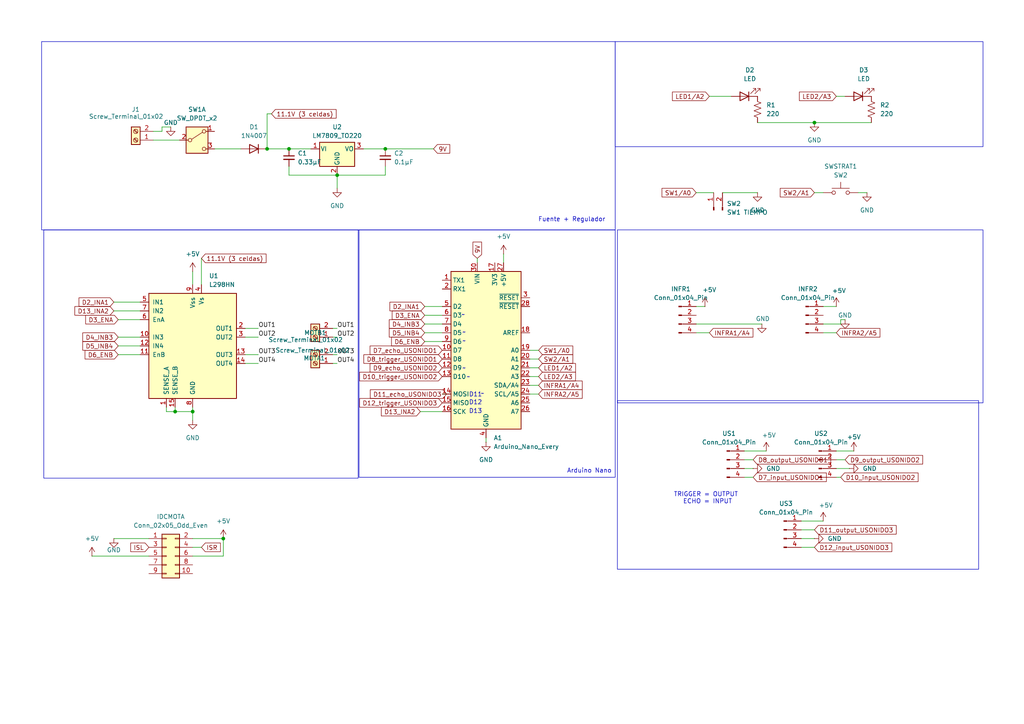
<source format=kicad_sch>
(kicad_sch (version 20250114) (generator "eeschema") (generator_version "9.0")
  (paper "A4")
  (lib_symbols
    (symbol "Connector:Conn_01x02_Pin" (pin_names (offset 1.016) (hide yes))
      (property "Reference" "J" (at 0 2.54 0))
      (property "Value" "Conn_01x02_Pin" (at 0 -5.08 0))
      (symbol "Conn_01x02_Pin_1_1"
        (rectangle (start 0.8636 0.127) (end 0 -0.127) (stroke (width 0.1524)) (fill (type outline)))
        (rectangle (start 0.8636 -2.413) (end 0 -2.667) (stroke (width 0.1524)) (fill (type outline)))
        (polyline (pts (xy 1.27 0) (xy 0.8636 0)) (stroke (width 0.1524)))
        (polyline (pts (xy 1.27 -2.54) (xy 0.8636 -2.54)) (stroke (width 0.1524)))
        (pin passive line (at 5.08 0 180) (length 3.81) (name "Pin_1") (number "1"))
        (pin passive line (at 5.08 -2.54 180) (length 3.81) (name "Pin_2") (number "2"))
      )
    )
    (symbol "Connector:Conn_01x04_Pin" (pin_names (offset 1.016) (hide yes))
      (property "Reference" "J" (at 0 5.08 0))
      (property "Value" "Conn_01x04_Pin" (at 0 -7.62 0))
      (symbol "Conn_01x04_Pin_1_1"
        (rectangle (start 0.8636 2.667) (end 0 2.413) (stroke (width 0.1524)) (fill (type outline)))
        (rectangle (start 0.8636 0.127) (end 0 -0.127) (stroke (width 0.1524)) (fill (type outline)))
        (rectangle (start 0.8636 -2.413) (end 0 -2.667) (stroke (width 0.1524)) (fill (type outline)))
        (rectangle (start 0.8636 -4.953) (end 0 -5.207) (stroke (width 0.1524)) (fill (type outline)))
        (polyline (pts (xy 1.27 2.54) (xy 0.8636 2.54)) (stroke (width 0.1524)))
        (polyline (pts (xy 1.27 0) (xy 0.8636 0)) (stroke (width 0.1524)))
        (polyline (pts (xy 1.27 -2.54) (xy 0.8636 -2.54)) (stroke (width 0.1524)))
        (polyline (pts (xy 1.27 -5.08) (xy 0.8636 -5.08)) (stroke (width 0.1524)))
        (pin passive line (at 5.08 2.54 180) (length 3.81) (name "Pin_1") (number "1"))
        (pin passive line (at 5.08 0 180) (length 3.81) (name "Pin_2") (number "2"))
        (pin passive line (at 5.08 -2.54 180) (length 3.81) (name "Pin_3") (number "3"))
        (pin passive line (at 5.08 -5.08 180) (length 3.81) (name "Pin_4") (number "4"))
      )
    )
    (symbol "Connector:Screw_Terminal_01x02" (pin_names (offset 1.016) (hide yes))
      (property "Reference" "J" (at 0 2.54 0))
      (property "Value" "Screw_Terminal_01x02" (at 0 -5.08 0))
      (symbol "Screw_Terminal_01x02_1_1"
        (rectangle (start -1.27 1.27) (end 1.27 -3.81) (stroke (width 0.254)) (fill (type background)))
        (polyline (pts (xy -0.5334 0.3302) (xy 0.3302 -0.508)) (stroke (width 0.1524)))
        (polyline (pts (xy -0.5334 -2.2098) (xy 0.3302 -3.048)) (stroke (width 0.1524)))
        (polyline (pts (xy -0.3556 0.508) (xy 0.508 -0.3302)) (stroke (width 0.1524)))
        (polyline (pts (xy -0.3556 -2.032) (xy 0.508 -2.8702)) (stroke (width 0.1524)))
        (circle (center 0 0) (radius 0.635) (stroke (width 0.1524)))
        (circle (center 0 -2.54) (radius 0.635) (stroke (width 0.1524)))
        (pin passive line (at -5.08 0 0) (length 3.81) (name "Pin_1") (number "1"))
        (pin passive line (at -5.08 -2.54 0) (length 3.81) (name "Pin_2") (number "2"))
      )
    )
    (symbol "Connector_Generic:Conn_02x05_Odd_Even" (pin_names (offset 1.016) (hide yes))
      (property "Reference" "J" (at 1.27 7.62 0))
      (property "Value" "Conn_02x05_Odd_Even" (at 1.27 -7.62 0))
      (symbol "Conn_02x05_Odd_Even_1_1"
        (rectangle (start -1.27 6.35) (end 3.81 -6.35) (stroke (width 0.254)) (fill (type background)))
        (rectangle (start -1.27 5.207) (end 0 4.953) (stroke (width 0.1524)))
        (rectangle (start -1.27 2.667) (end 0 2.413) (stroke (width 0.1524)))
        (rectangle (start -1.27 0.127) (end 0 -0.127) (stroke (width 0.1524)))
        (rectangle (start -1.27 -2.413) (end 0 -2.667) (stroke (width 0.1524)))
        (rectangle (start -1.27 -4.953) (end 0 -5.207) (stroke (width 0.1524)))
        (rectangle (start 3.81 5.207) (end 2.54 4.953) (stroke (width 0.1524)))
        (rectangle (start 3.81 2.667) (end 2.54 2.413) (stroke (width 0.1524)))
        (rectangle (start 3.81 0.127) (end 2.54 -0.127) (stroke (width 0.1524)))
        (rectangle (start 3.81 -2.413) (end 2.54 -2.667) (stroke (width 0.1524)))
        (rectangle (start 3.81 -4.953) (end 2.54 -5.207) (stroke (width 0.1524)))
        (pin passive line (at -5.08 5.08 0) (length 3.81) (name "Pin_1") (number "1"))
        (pin passive line (at -5.08 2.54 0) (length 3.81) (name "Pin_3") (number "3"))
        (pin passive line (at -5.08 0 0) (length 3.81) (name "Pin_5") (number "5"))
        (pin passive line (at -5.08 -2.54 0) (length 3.81) (name "Pin_7") (number "7"))
        (pin passive line (at -5.08 -5.08 0) (length 3.81) (name "Pin_9") (number "9"))
        (pin passive line (at 7.62 5.08 180) (length 3.81) (name "Pin_2") (number "2"))
        (pin passive line (at 7.62 2.54 180) (length 3.81) (name "Pin_4") (number "4"))
        (pin passive line (at 7.62 0 180) (length 3.81) (name "Pin_6") (number "6"))
        (pin passive line (at 7.62 -2.54 180) (length 3.81) (name "Pin_8") (number "8"))
        (pin passive line (at 7.62 -5.08 180) (length 3.81) (name "Pin_10") (number "10"))
      )
    )
    (symbol "Device:C_Small" (pin_numbers (hide yes)) (pin_names (offset 0.254) (hide yes))
      (property "Reference" "C" (at 0.254 1.778 0))
      (property "Value" "C_Small" (at 0.254 -2.032 0))
      (symbol "C_Small_0_1"
        (polyline (pts (xy -1.524 0.508) (xy 1.524 0.508)) (stroke (width 0.3048)))
        (polyline (pts (xy -1.524 -0.508) (xy 1.524 -0.508)) (stroke (width 0.3302)))
      )
      (symbol "C_Small_1_1"
        (pin passive line (at 0 2.54 270) (length 2.032) (name "~") (number "1"))
        (pin passive line (at 0 -2.54 90) (length 2.032) (name "~") (number "2"))
      )
    )
    (symbol "Device:LED" (pin_numbers (hide yes)) (pin_names (offset 1.016) (hide yes))
      (property "Reference" "D" (at 0 2.54 0))
      (property "Value" "LED" (at 0 -2.54 0))
      (symbol "LED_0_1"
        (polyline (pts (xy -3.048 -0.762) (xy -4.572 -2.286) (xy -3.81 -2.286) (xy -4.572 -2.286) (xy -4.572 -1.524)))
        (polyline (pts (xy -1.778 -0.762) (xy -3.302 -2.286) (xy -2.54 -2.286) (xy -3.302 -2.286) (xy -3.302 -1.524)))
        (polyline (pts (xy -1.27 0) (xy 1.27 0)))
        (polyline (pts (xy -1.27 -1.27) (xy -1.27 1.27)) (stroke (width 0.254)))
        (polyline (pts (xy 1.27 -1.27) (xy 1.27 1.27) (xy -1.27 0) (xy 1.27 -1.27)) (stroke (width 0.254)))
      )
      (symbol "LED_1_1"
        (pin passive line (at -3.81 0 0) (length 2.54) (name "K") (number "1"))
        (pin passive line (at 3.81 0 180) (length 2.54) (name "A") (number "2"))
      )
    )
    (symbol "Device:R_US" (pin_numbers (hide yes)) (pin_names (offset 0))
      (property "Reference" "R" (at 2.54 0 90))
      (property "Value" "R_US" (at -2.54 0 90))
      (symbol "R_US_0_1"
        (polyline (pts (xy 0 2.286) (xy 0 2.54)))
        (polyline (pts (xy 0 2.286) (xy 1.016 1.905) (xy 0 1.524) (xy -1.016 1.143) (xy 0 0.762)))
        (polyline (pts (xy 0 0.762) (xy 1.016 0.381) (xy 0 0) (xy -1.016 -0.381) (xy 0 -0.762)))
        (polyline (pts (xy 0 -0.762) (xy 1.016 -1.143) (xy 0 -1.524) (xy -1.016 -1.905) (xy 0 -2.286)))
        (polyline (pts (xy 0 -2.286) (xy 0 -2.54)))
      )
      (symbol "R_US_1_1"
        (pin passive line (at 0 3.81 270) (length 1.27) (name "~") (number "1"))
        (pin passive line (at 0 -3.81 90) (length 1.27) (name "~") (number "2"))
      )
    )
    (symbol "Diode:1N4007" (pin_numbers (hide yes)) (pin_names (hide yes))
      (property "Reference" "D" (at 0 2.54 0))
      (property "Value" "1N4007" (at 0 -2.54 0))
      (symbol "1N4007_0_1"
        (polyline (pts (xy -1.27 1.27) (xy -1.27 -1.27)) (stroke (width 0.254)))
        (polyline (pts (xy 1.27 1.27) (xy 1.27 -1.27) (xy -1.27 0) (xy 1.27 1.27)) (stroke (width 0.254)))
        (polyline (pts (xy 1.27 0) (xy -1.27 0)))
      )
      (symbol "1N4007_1_1"
        (pin passive line (at -3.81 0 0) (length 2.54) (name "K") (number "1"))
        (pin passive line (at 3.81 0 180) (length 2.54) (name "A") (number "2"))
      )
    )
    (symbol "Driver_Motor:L298HN" (pin_names (offset 1.016))
      (property "Reference" "U" (at -10.16 16.51 0))
      (property "Value" "L298HN" (at 12.7 16.51 0))
      (symbol "L298HN_0_1"
        (rectangle (start -12.7 15.24) (end 12.7 -15.24) (stroke (width 0.254)) (fill (type background)))
      )
      (symbol "L298HN_1_1"
        (pin input line (at -15.24 12.7 0) (length 2.54) (name "IN1") (number "5"))
        (pin input line (at -15.24 10.16 0) (length 2.54) (name "IN2") (number "7"))
        (pin input line (at -15.24 7.62 0) (length 2.54) (name "EnA") (number "6"))
        (pin input line (at -15.24 2.54 0) (length 2.54) (name "IN3") (number "10"))
        (pin input line (at -15.24 0 0) (length 2.54) (name "IN4") (number "12"))
        (pin input line (at -15.24 -2.54 0) (length 2.54) (name "EnB") (number "11"))
        (pin power_in line (at -7.62 -17.78 90) (length 2.54) (name "SENSE_A") (number "1"))
        (pin power_in line (at -5.08 -17.78 90) (length 2.54) (name "SENSE_B") (number "15"))
        (pin power_in line (at 0 17.78 270) (length 2.54) (name "Vss") (number "9"))
        (pin power_in line (at 0 -17.78 90) (length 2.54) (name "GND") (number "8"))
        (pin power_in line (at 2.54 17.78 270) (length 2.54) (name "Vs") (number "4"))
        (pin output line (at 15.24 5.08 180) (length 2.54) (name "OUT1") (number "2"))
        (pin output line (at 15.24 2.54 180) (length 2.54) (name "OUT2") (number "3"))
        (pin output line (at 15.24 -2.54 180) (length 2.54) (name "OUT3") (number "13"))
        (pin output line (at 15.24 -5.08 180) (length 2.54) (name "OUT4") (number "14"))
      )
    )
    (symbol "MCU_Module:Arduino_Nano_Every"
      (property "Reference" "A" (at -10.16 23.495 0))
      (property "Value" "Arduino_Nano_Every" (at 5.08 -24.13 0))
      (symbol "Arduino_Nano_Every_0_1"
        (rectangle (start -10.16 22.86) (end 10.16 -22.86) (stroke (width 0.254)) (fill (type background)))
      )
      (symbol "Arduino_Nano_Every_1_1"
        (pin bidirectional line (at -12.7 20.32 0) (length 2.54) (name "TX1") (number "1"))
        (pin bidirectional line (at -12.7 17.78 0) (length 2.54) (name "RX1") (number "2"))
        (pin bidirectional line (at -12.7 12.7 0) (length 2.54) (name "D2") (number "5"))
        (pin bidirectional line (at -12.7 10.16 0) (length 2.54) (name "D3") (number "6"))
        (pin bidirectional line (at -12.7 7.62 0) (length 2.54) (name "D4") (number "7"))
        (pin bidirectional line (at -12.7 5.08 0) (length 2.54) (name "D5") (number "8"))
        (pin bidirectional line (at -12.7 2.54 0) (length 2.54) (name "D6") (number "9"))
        (pin bidirectional line (at -12.7 0 0) (length 2.54) (name "D7") (number "10"))
        (pin bidirectional line (at -12.7 -2.54 0) (length 2.54) (name "D8") (number "11"))
        (pin bidirectional line (at -12.7 -5.08 0) (length 2.54) (name "D9") (number "12"))
        (pin bidirectional line (at -12.7 -7.62 0) (length 2.54) (name "D10") (number "13"))
        (pin bidirectional line (at -12.7 -12.7 0) (length 2.54) (name "MOSI") (number "14"))
        (pin bidirectional line (at -12.7 -15.24 0) (length 2.54) (name "MISO") (number "15"))
        (pin bidirectional line (at -12.7 -17.78 0) (length 2.54) (name "SCK") (number "16"))
        (pin power_in line (at -2.54 25.4 270) (length 2.54) (name "VIN") (number "30"))
        (pin passive line (at 0 -25.4 90) (length 2.54) (hide yes) (name "GND") (number "29"))
        (pin power_in line (at 0 -25.4 90) (length 2.54) (name "GND") (number "4"))
        (pin power_out line (at 2.54 25.4 270) (length 2.54) (name "3V3") (number "17"))
        (pin power_out line (at 5.08 25.4 270) (length 2.54) (name "+5V") (number "27"))
        (pin input line (at 12.7 15.24 180) (length 2.54) (name "~{RESET}") (number "3"))
        (pin input line (at 12.7 12.7 180) (length 2.54) (name "~{RESET}") (number "28"))
        (pin input line (at 12.7 5.08 180) (length 2.54) (name "AREF") (number "18"))
        (pin bidirectional line (at 12.7 0 180) (length 2.54) (name "A0") (number "19"))
        (pin bidirectional line (at 12.7 -2.54 180) (length 2.54) (name "A1") (number "20"))
        (pin bidirectional line (at 12.7 -5.08 180) (length 2.54) (name "A2") (number "21"))
        (pin bidirectional line (at 12.7 -7.62 180) (length 2.54) (name "A3") (number "22"))
        (pin bidirectional line (at 12.7 -10.16 180) (length 2.54) (name "SDA/A4") (number "23"))
        (pin bidirectional line (at 12.7 -12.7 180) (length 2.54) (name "SCL/A5") (number "24"))
        (pin bidirectional line (at 12.7 -15.24 180) (length 2.54) (name "A6") (number "25"))
        (pin bidirectional line (at 12.7 -17.78 180) (length 2.54) (name "A7") (number "26"))
      )
    )
    (symbol "Regulator_Linear:LM7809_TO220" (pin_names (offset 0.254))
      (property "Reference" "U" (at -3.81 3.175 0))
      (property "Value" "LM7809_TO220" (at 0 3.175 0))
      (symbol "LM7809_TO220_0_1"
        (rectangle (start -5.08 1.905) (end 5.08 -5.08) (stroke (width 0.254)) (fill (type background)))
      )
      (symbol "LM7809_TO220_1_1"
        (pin power_in line (at -7.62 0 0) (length 2.54) (name "VI") (number "1"))
        (pin power_in line (at 0 -7.62 90) (length 2.54) (name "GND") (number "2"))
        (pin power_out line (at 7.62 0 180) (length 2.54) (name "VO") (number "3"))
      )
    )
    (symbol "Switch:SW_DPDT_x2" (pin_names (offset 0) (hide yes))
      (property "Reference" "SW" (at 0 5.08 0))
      (property "Value" "SW_DPDT_x2" (at 0 -5.08 0))
      (symbol "SW_DPDT_x2_0_0"
        (circle (center -2.032 0) (radius 0.508))
        (circle (center 2.032 -2.54) (radius 0.508))
      )
      (symbol "SW_DPDT_x2_0_1"
        (rectangle (start -3.175 3.81) (end 3.175 -3.81) (stroke (width 0.254)) (fill (type background)))
        (polyline (pts (xy -1.524 0.254) (xy 1.5748 2.286)))
        (circle (center 2.032 2.54) (radius 0.508))
      )
      (symbol "SW_DPDT_x2_1_1"
        (pin passive line (at -5.08 0 0) (length 2.54) (name "B") (number "2"))
        (pin passive line (at 5.08 2.54 180) (length 2.54) (name "A") (number "1"))
        (pin passive line (at 5.08 -2.54 180) (length 2.54) (name "C") (number "3"))
      )
      (symbol "SW_DPDT_x2_2_1"
        (pin passive line (at -5.08 0 0) (length 2.54) (name "B") (number "5"))
        (pin passive line (at 5.08 2.54 180) (length 2.54) (name "A") (number "4"))
        (pin passive line (at 5.08 -2.54 180) (length 2.54) (name "C") (number "6"))
      )
    )
    (symbol "Switch:SW_Push" (pin_numbers (hide yes)) (pin_names (offset 1.016) (hide yes))
      (property "Reference" "SW" (at 1.27 2.54 0))
      (property "Value" "SW_Push" (at 0 -1.524 0))
      (symbol "SW_Push_0_1"
        (circle (center -2.032 0) (radius 0.508))
        (polyline (pts (xy 0 1.27) (xy 0 3.048)))
        (circle (center 2.032 0) (radius 0.508))
        (polyline (pts (xy 2.54 1.27) (xy -2.54 1.27)))
        (pin passive line (at -5.08 0 0) (length 2.54) (name "1") (number "1"))
        (pin passive line (at 5.08 0 180) (length 2.54) (name "2") (number "2"))
      )
    )
    (symbol "power:+5V" (power) (pin_numbers (hide yes)) (pin_names (offset 0) (hide yes))
      (property "Value" "+5V" (at 0 3.556 0))
      (symbol "+5V_0_1"
        (polyline (pts (xy -0.762 1.27) (xy 0 2.54)))
        (polyline (pts (xy 0 2.54) (xy 0.762 1.27)))
        (polyline (pts (xy 0 0) (xy 0 2.54)))
      )
      (symbol "+5V_1_1"
        (pin power_in line (at 0 0 90) (length 0) (name "~") (number "1"))
      )
    )
    (symbol "power:GND" (power) (pin_numbers (hide yes)) (pin_names (offset 0) (hide yes))
      (property "Value" "GND" (at 0 -3.81 0))
      (symbol "GND_0_1"
        (polyline (pts (xy 0 0) (xy 0 -1.27) (xy 1.27 -1.27) (xy 0 -2.54) (xy -1.27 -1.27) (xy 0 -1.27)))
      )
      (symbol "GND_1_1"
        (pin power_in line (at 0 0 270) (length 0) (name "~") (number "1"))
      )
    )
  )
  (rectangle (start 104.14 66.675) (end 178.435 138.43))
  (rectangle (start 179.07 66.675) (end 285.115 116.84))
  (rectangle (start 12.7 66.675) (end 103.886 138.684))
  (rectangle (start 12.065 12.065) (end 178.435 66.675))
  (rectangle (start 178.435 12.065) (end 285.115 42.545))
  (rectangle (start 179.07 116.205) (end 283.845 165.1))
  (text "~\n" (at 134.62 99.06 0) (effects (font (size 1.27 1.27))))
  (text "D12\n" (at 137.922 116.84 0) (effects (font (size 1.27 1.27))))
  (text "Arduino Nano\n" (at 170.942 136.652 0) (effects (font (size 1.27 1.27))))
  (text "D11\n" (at 137.922 114.554 0) (effects (font (size 1.27 1.27))))
  (text "~\n" (at 134.62 106.934 0) (effects (font (size 1.27 1.27))))
  (text "~\n" (at 135.89 109.474 0) (effects (font (size 1.27 1.27))))
  (text "TRIGGER = OUTPUT \nECHO = INPUT\n" (at 205.232 144.526 0) (effects (font (size 1.27 1.27))))
  (text "~\n" (at 134.366 91.44 0) (effects (font (size 1.27 1.27))))
  (text "~\n" (at 139.954 114.3 0) (effects (font (size 1.27 1.27))))
  (text "Fuente + Regulador\n" (at 165.862 63.754 0) (effects (font (size 1.27 1.27))))
  (text "D13\n" (at 137.922 119.38 0) (effects (font (size 1.27 1.27))))
  (text "~\n" (at 134.62 96.52 0) (effects (font (size 1.27 1.27))))
  (junction (at 111.76 43.18))
  (junction (at 97.79 50.8))
  (junction (at 50.8 119.38))
  (junction (at 77.47 43.18))
  (junction (at 64.77 156.21))
  (junction (at 236.22 35.56))
  (junction (at 55.88 119.38))
  (junction (at 83.82 43.18))
  (wire (pts (xy 46.99 38.1) (xy 44.45 38.1)))
  (wire (pts (xy 243.84 92.71) (xy 243.84 93.98)))
  (wire (pts (xy 146.05 73.66) (xy 146.05 76.2)))
  (wire (pts (xy 78.74 33.02) (xy 77.47 33.02)))
  (wire (pts (xy 83.82 48.26) (xy 83.82 50.8)))
  (wire (pts (xy 156.21 114.3) (xy 153.67 114.3)))
  (wire (pts (xy 242.57 27.94) (xy 245.11 27.94)))
  (wire (pts (xy 97.79 105.41) (xy 96.52 105.41)))
  (wire (pts (xy 156.21 111.76) (xy 153.67 111.76)))
  (wire (pts (xy 251.46 55.88) (xy 248.92 55.88)))
  (wire (pts (xy 74.93 105.41) (xy 71.12 105.41)))
  (wire (pts (xy 215.9 135.89) (xy 218.44 135.89)))
  (wire (pts (xy 219.71 35.56) (xy 236.22 35.56)))
  (wire (pts (xy 236.22 158.75) (xy 232.41 158.75)))
  (wire (pts (xy 50.8 119.38) (xy 55.88 119.38)))
  (wire (pts (xy 243.84 93.98) (xy 238.76 93.98)))
  (wire (pts (xy 236.22 153.67) (xy 232.41 153.67)))
  (wire (pts (xy 245.11 92.71) (xy 243.84 92.71)))
  (wire (pts (xy 123.19 88.9) (xy 128.27 88.9)))
  (wire (pts (xy 218.44 133.35) (xy 215.9 133.35)))
  (wire (pts (xy 34.29 100.33) (xy 40.64 100.33)))
  (wire (pts (xy 33.02 156.21) (xy 43.18 156.21)))
  (wire (pts (xy 236.22 156.21) (xy 232.41 156.21)))
  (wire (pts (xy 34.29 97.79) (xy 40.64 97.79)))
  (wire (pts (xy 83.82 50.8) (xy 97.79 50.8)))
  (wire (pts (xy 138.43 74.93) (xy 138.43 76.2)))
  (wire (pts (xy 218.44 138.43) (xy 215.9 138.43)))
  (wire (pts (xy 55.88 118.11) (xy 55.88 119.38)))
  (wire (pts (xy 62.23 43.18) (xy 69.85 43.18)))
  (wire (pts (xy 123.19 93.98) (xy 128.27 93.98)))
  (wire (pts (xy 50.8 118.11) (xy 50.8 119.38)))
  (wire (pts (xy 55.88 78.74) (xy 55.88 82.55)))
  (wire (pts (xy 123.19 99.06) (xy 128.27 99.06)))
  (wire (pts (xy 123.19 91.44) (xy 128.27 91.44)))
  (wire (pts (xy 49.53 36.83) (xy 46.99 36.83)))
  (wire (pts (xy 58.42 158.75) (xy 55.88 158.75)))
  (wire (pts (xy 74.93 102.87) (xy 71.12 102.87)))
  (wire (pts (xy 242.57 88.9) (xy 238.76 88.9)))
  (wire (pts (xy 74.93 95.25) (xy 71.12 95.25)))
  (wire (pts (xy 242.57 96.52) (xy 238.76 96.52)))
  (wire (pts (xy 77.47 33.02) (xy 77.47 43.18)))
  (wire (pts (xy 97.79 97.79) (xy 96.52 97.79)))
  (wire (pts (xy 97.79 50.8) (xy 97.79 54.61)))
  (wire (pts (xy 34.29 92.71) (xy 40.64 92.71)))
  (wire (pts (xy 48.26 118.11) (xy 48.26 119.38)))
  (wire (pts (xy 97.79 102.87) (xy 96.52 102.87)))
  (wire (pts (xy 205.74 27.94) (xy 212.09 27.94)))
  (wire (pts (xy 201.93 55.88) (xy 207.01 55.88)))
  (wire (pts (xy 44.45 40.64) (xy 52.07 40.64)))
  (wire (pts (xy 64.77 156.21) (xy 64.77 161.29)))
  (wire (pts (xy 83.82 43.18) (xy 90.17 43.18)))
  (wire (pts (xy 123.19 96.52) (xy 128.27 96.52)))
  (wire (pts (xy 222.25 130.81) (xy 215.9 130.81)))
  (wire (pts (xy 246.38 135.89) (xy 242.57 135.89)))
  (wire (pts (xy 238.76 151.13) (xy 232.41 151.13)))
  (wire (pts (xy 34.29 102.87) (xy 40.64 102.87)))
  (wire (pts (xy 243.84 138.43) (xy 242.57 138.43)))
  (wire (pts (xy 236.22 55.88) (xy 238.76 55.88)))
  (wire (pts (xy 97.79 95.25) (xy 96.52 95.25)))
  (wire (pts (xy 156.21 104.14) (xy 153.67 104.14)))
  (wire (pts (xy 156.21 109.22) (xy 153.67 109.22)))
  (wire (pts (xy 111.76 43.18) (xy 125.73 43.18)))
  (wire (pts (xy 156.21 101.6) (xy 153.67 101.6)))
  (wire (pts (xy 247.65 130.81) (xy 242.57 130.81)))
  (wire (pts (xy 55.88 119.38) (xy 55.88 121.92)))
  (wire (pts (xy 64.77 161.29) (xy 55.88 161.29)))
  (wire (pts (xy 156.21 106.68) (xy 153.67 106.68)))
  (wire (pts (xy 48.26 119.38) (xy 50.8 119.38)))
  (wire (pts (xy 204.47 88.9) (xy 201.93 88.9)))
  (wire (pts (xy 111.76 48.26) (xy 111.76 50.8)))
  (wire (pts (xy 245.11 133.35) (xy 242.57 133.35)))
  (wire (pts (xy 26.67 161.29) (xy 43.18 161.29)))
  (wire (pts (xy 140.97 128.27) (xy 140.97 127)))
  (wire (pts (xy 129.54 114.3) (xy 128.27 114.3)))
  (wire (pts (xy 58.42 74.93) (xy 58.42 82.55)))
  (wire (pts (xy 33.02 90.17) (xy 40.64 90.17)))
  (wire (pts (xy 74.93 97.79) (xy 71.12 97.79)))
  (wire (pts (xy 205.74 96.52) (xy 201.93 96.52)))
  (wire (pts (xy 77.47 43.18) (xy 83.82 43.18)))
  (wire (pts (xy 46.99 36.83) (xy 46.99 38.1)))
  (wire (pts (xy 33.02 87.63) (xy 40.64 87.63)))
  (wire (pts (xy 201.93 93.98) (xy 220.98 93.98)))
  (wire (pts (xy 236.22 35.56) (xy 252.73 35.56)))
  (wire (pts (xy 105.41 43.18) (xy 111.76 43.18)))
  (wire (pts (xy 209.55 55.88) (xy 219.71 55.88)))
  (wire (pts (xy 111.76 50.8) (xy 97.79 50.8)))
  (wire (pts (xy 64.77 156.21) (xy 55.88 156.21)))
  (wire (pts (xy 121.92 119.38) (xy 128.27 119.38)))
  (label "OUT3" (at 74.93 102.87 0))
  (label "OUT4" (at 74.93 105.41 0))
  (label "OUT2" (at 74.93 97.79 0))
  (label "OUT4" (at 97.79 105.41 0))
  (label "OUT2" (at 97.79 97.79 0))
  (label "OUT3" (at 97.79 102.87 0))
  (label "OUT1" (at 97.79 95.25 0))
  (label "OUT1" (at 74.93 95.25 0))
  (global_label "D4_INB3" (shape input) (at 123.19 93.98 180) (property "Intersheetrefs" "${INTERSHEET_REFS}" (effects (hide yes))))
  (global_label "INFRA2{slash}A5" (shape input) (at 156.21 114.3 0) (property "Intersheetrefs" "${INTERSHEET_REFS}" (effects (hide yes))))
  (global_label "D5_INB4" (shape input) (at 123.19 96.52 180) (property "Intersheetrefs" "${INTERSHEET_REFS}" (effects (hide yes))))
  (global_label "D4_INB3" (shape input) (at 34.29 97.79 180) (property "Intersheetrefs" "${INTERSHEET_REFS}" (effects (hide yes))))
  (global_label "D12_input_USONIDO3" (shape input) (at 236.22 158.75 0) (property "Intersheetrefs" "${INTERSHEET_REFS}" (effects (hide yes))))
  (global_label "D13_INA2" (shape input) (at 121.92 119.38 180) (property "Intersheetrefs" "${INTERSHEET_REFS}" (effects (hide yes))))
  (global_label "LED2{slash}A3" (shape input) (at 156.21 109.22 0) (property "Intersheetrefs" "${INTERSHEET_REFS}" (effects (hide yes))))
  (global_label "INFRA2{slash}A5" (shape input) (at 242.57 96.52 0) (property "Intersheetrefs" "${INTERSHEET_REFS}" (effects (hide yes))))
  (global_label "INFRA1{slash}A4" (shape input) (at 156.21 111.76 0) (property "Intersheetrefs" "${INTERSHEET_REFS}" (effects (hide yes))))
  (global_label "D2_INA1" (shape input) (at 33.02 87.63 180) (property "Intersheetrefs" "${INTERSHEET_REFS}" (effects (hide yes))))
  (global_label "D7_input_USONIDO1" (shape input) (at 218.44 138.43 0) (property "Intersheetrefs" "${INTERSHEET_REFS}" (effects (hide yes))))
  (global_label "LED1{slash}A2" (shape input) (at 156.21 106.68 0) (property "Intersheetrefs" "${INTERSHEET_REFS}" (effects (hide yes))))
  (global_label "D8_output_USONIDO1" (shape input) (at 218.44 133.35 0) (property "Intersheetrefs" "${INTERSHEET_REFS}" (effects (hide yes))))
  (global_label "D6_ENB" (shape input) (at 123.19 99.06 180) (property "Intersheetrefs" "${INTERSHEET_REFS}" (effects (hide yes))))
  (global_label "D3_ENA" (shape input) (at 34.29 92.71 180) (property "Intersheetrefs" "${INTERSHEET_REFS}" (effects (hide yes))))
  (global_label "ISL" (shape input) (at 43.18 158.75 180) (property "Intersheetrefs" "${INTERSHEET_REFS}" (effects (hide yes))))
  (global_label "D7_echo_USONIDO1" (shape input) (at 128.27 101.6 180) (property "Intersheetrefs" "${INTERSHEET_REFS}" (effects (hide yes))))
  (global_label "SW2{slash}A1" (shape input) (at 156.21 104.14 0) (property "Intersheetrefs" "${INTERSHEET_REFS}" (effects (hide yes))))
  (global_label "D3_ENA" (shape input) (at 123.19 91.44 180) (property "Intersheetrefs" "${INTERSHEET_REFS}" (effects (hide yes))))
  (global_label "D10_trigger_USONIDO2" (shape input) (at 128.27 109.22 180) (property "Intersheetrefs" "${INTERSHEET_REFS}" (effects (hide yes))))
  (global_label "D13_INA2" (shape input) (at 33.02 90.17 180) (property "Intersheetrefs" "${INTERSHEET_REFS}" (effects (hide yes))))
  (global_label "11.1V (3 celdas)" (shape input) (at 78.74 33.02 0) (property "Intersheetrefs" "${INTERSHEET_REFS}" (effects (hide yes))))
  (global_label "SW1{slash}A0" (shape input) (at 156.21 101.6 0) (property "Intersheetrefs" "${INTERSHEET_REFS}" (effects (hide yes))))
  (global_label "D10_input_USONIDO2" (shape input) (at 243.84 138.43 0) (property "Intersheetrefs" "${INTERSHEET_REFS}" (effects (hide yes))))
  (global_label "SW2{slash}A1" (shape input) (at 236.22 55.88 180) (property "Intersheetrefs" "${INTERSHEET_REFS}" (effects (hide yes))))
  (global_label "11.1V (3 celdas)" (shape input) (at 58.42 74.93 0) (property "Intersheetrefs" "${INTERSHEET_REFS}" (effects (hide yes))))
  (global_label "9V" (shape input) (at 125.73 43.18 0) (property "Intersheetrefs" "${INTERSHEET_REFS}" (effects (hide yes))))
  (global_label "D8_trigger_USONIDO1" (shape input) (at 128.27 104.14 180) (property "Intersheetrefs" "${INTERSHEET_REFS}" (effects (hide yes))))
  (global_label "9V" (shape input) (at 138.43 74.93 90) (property "Intersheetrefs" "${INTERSHEET_REFS}" (effects (hide yes))))
  (global_label "D9_output_USONIDO2" (shape input) (at 245.11 133.35 0) (property "Intersheetrefs" "${INTERSHEET_REFS}" (effects (hide yes))))
  (global_label "D5_INB4" (shape input) (at 34.29 100.33 180) (property "Intersheetrefs" "${INTERSHEET_REFS}" (effects (hide yes))))
  (global_label "INFRA1{slash}A4" (shape input) (at 205.74 96.52 0) (property "Intersheetrefs" "${INTERSHEET_REFS}" (effects (hide yes))))
  (global_label "D9_echo_USONIDO2" (shape input) (at 128.27 106.68 180) (property "Intersheetrefs" "${INTERSHEET_REFS}" (effects (hide yes))))
  (global_label "ISR" (shape input) (at 58.42 158.75 0) (property "Intersheetrefs" "${INTERSHEET_REFS}" (effects (hide yes))))
  (global_label "D6_ENB" (shape input) (at 34.29 102.87 180) (property "Intersheetrefs" "${INTERSHEET_REFS}" (effects (hide yes))))
  (global_label "LED1{slash}A2" (shape input) (at 205.74 27.94 180) (property "Intersheetrefs" "${INTERSHEET_REFS}" (effects (hide yes))))
  (global_label "D12_trigger_USONIDO3" (shape input) (at 128.27 116.84 180) (property "Intersheetrefs" "${INTERSHEET_REFS}" (effects (hide yes))))
  (global_label "SW1{slash}A0" (shape input) (at 201.93 55.88 180) (property "Intersheetrefs" "${INTERSHEET_REFS}" (effects (hide yes))))
  (global_label "D2_INA1" (shape input) (at 123.19 88.9 180) (property "Intersheetrefs" "${INTERSHEET_REFS}" (effects (hide yes))))
  (global_label "D11_output_USONIDO3" (shape input) (at 236.22 153.67 0) (property "Intersheetrefs" "${INTERSHEET_REFS}" (effects (hide yes))))
  (global_label "D11_echo_USONIDO3" (shape input) (at 129.54 114.3 180) (property "Intersheetrefs" "${INTERSHEET_REFS}" (effects (hide yes))))
  (global_label "LED2{slash}A3" (shape input) (at 242.57 27.94 180) (property "Intersheetrefs" "${INTERSHEET_REFS}" (effects (hide yes))))
  (symbol (lib_id "Connector:Screw_Terminal_01x02") (at 39.37 40.64 180) (unit 1)
    (property "Reference" "J1" (at 39.37 31.75 0))
    (property "Value" "Screw_Terminal_01x02" (at 36.576 33.782 0))
    (property "Footprint" "TerminalBlock:TerminalBlock_bornier-2_P5.08mm" (effects (hide yes)))
    (property "Description" "Generic screw terminal, single row, 01x02, script generated (kicad-library-utils/schlib/autogen/connector/)" (effects (hide yes)))
  )
  (symbol (lib_id "Connector:Conn_01x04_Pin") (at 210.82 133.35 0) (unit 1)
    (property "Reference" "US1" (at 211.455 125.73 0))
    (property "Value" "Conn_01x04_Pin" (at 211.455 128.27 0))
    (property "Footprint" "Connector_PinSocket_2.54mm:PinSocket_1x04_P2.54mm_Vertical" (effects (hide yes)))
    (property "Description" "Generic connector, single row, 01x04, script generated" (effects (hide yes)))
  )
  (symbol (lib_id "Device:R_US") (at 219.71 31.75 0) (unit 1)
    (property "Reference" "R1" (at 222.25 30.4799 0) (effects (justify left)))
    (property "Value" "220" (at 222.25 33.0199 0) (effects (justify left)))
    (property "Footprint" "Resistor_THT:R_Axial_DIN0204_L3.6mm_D1.6mm_P7.62mm_Horizontal" (effects (hide yes)))
    (property "Description" "Resistor, US symbol" (effects (hide yes)))
  )
  (symbol (lib_id "power:GND") (at 33.02 156.21 0) (unit 1)
    (property "Reference" "#PWR021" (effects (hide yes)))
    (property "Value" "GND" (at 33.02 159.512 0))
    (property "Description" "Power symbol creates a global label with name \"GND\" , ground" (effects (hide yes)))
  )
  (symbol (lib_id "power:GND") (at 219.71 55.88 0) (unit 1)
    (property "Reference" "#PWR09" (effects (hide yes)))
    (property "Value" "GND" (at 219.71 60.96 0))
    (property "Description" "Power symbol creates a global label with name \"GND\" , ground" (effects (hide yes)))
  )
  (symbol (lib_id "power:+5V") (at 146.05 73.66 0) (unit 1)
    (property "Reference" "#PWR04" (effects (hide yes)))
    (property "Value" "+5V" (at 146.05 68.58 0))
    (property "Description" "Power symbol creates a global label with name \"+5V\"" (effects (hide yes)))
  )
  (symbol (lib_id "Regulator_Linear:LM7809_TO220") (at 97.79 43.18 0) (unit 1)
    (property "Reference" "U2" (at 97.79 36.83 0))
    (property "Value" "LM7809_TO220" (at 97.79 39.37 0))
    (property "Footprint" "Package_TO_SOT_THT:TO-220-3_Vertical" (effects (hide yes)))
    (property "Datasheet" "https://www.onsemi.cn/PowerSolutions/document/MC7800-D.PDF" (effects (hide yes)))
    (property "Description" "Positive 1A 35V Linear Regulator, Fixed Output 9V, TO-220" (effects (hide yes)))
  )
  (symbol (lib_id "power:GND") (at 218.44 135.89 90) (unit 1)
    (property "Reference" "#PWR017" (effects (hide yes)))
    (property "Value" "GND" (at 222.25 135.8899 90) (effects (justify right)))
    (property "Description" "Power symbol creates a global label with name \"GND\" , ground" (effects (hide yes)))
  )
  (symbol (lib_id "Device:C_Small") (at 83.82 45.72 0) (unit 1)
    (property "Reference" "C1" (at 86.36 44.4562 0) (effects (justify left)))
    (property "Value" "0.33µF" (at 86.36 46.9962 0) (effects (justify left)))
    (property "Footprint" "Capacitor_THT:C_Disc_D3.0mm_W1.6mm_P2.50mm" (effects (hide yes)))
    (property "Description" "Unpolarized capacitor, small symbol" (effects (hide yes)))
  )
  (symbol (lib_id "Connector:Screw_Terminal_01x02") (at 91.44 105.41 180) (unit 1)
    (property "Reference" "MOTB1" (at 91.44 96.52 0))
    (property "Value" "Screw_Terminal_01x02" (at 88.646 98.552 0))
    (property "Footprint" "TerminalBlock:TerminalBlock_bornier-2_P5.08mm" (effects (hide yes)))
    (property "Description" "Generic screw terminal, single row, 01x02, script generated (kicad-library-utils/schlib/autogen/connector/)" (effects (hide yes)))
  )
  (symbol (lib_id "power:GND") (at 245.11 92.71 0) (unit 1)
    (property "Reference" "#PWR011" (effects (hide yes)))
    (property "Value" "GND" (at 245.11 91.44 0))
    (property "Description" "Power symbol creates a global label with name \"GND\" , ground" (effects (hide yes)))
  )
  (symbol (lib_id "Driver_Motor:L298HN") (at 55.88 100.33 0) (unit 1)
    (property "Reference" "U1" (at 60.6141 80.01 0) (effects (justify left)))
    (property "Value" "L298HN" (at 60.6141 82.55 0) (effects (justify left)))
    (property "Footprint" "Package_TO_SOT_THT:TO-220-15_P2.54x5.08mm_StaggerEven_Lead4.58mm_Vertical" (effects (hide yes)))
    (property "Datasheet" "http://www.st.com/st-web-ui/static/active/en/resource/technical/document/datasheet/CD00000240.pdf" (effects (hide yes)))
    (property "Description" "Dual full bridge motor driver, up to 46V, 4A, Multiwatt15-H" (effects (hide yes)))
  )
  (symbol (lib_id "Connector:Conn_01x04_Pin") (at 233.68 91.44 0) (unit 1)
    (property "Reference" "INFR2" (at 234.315 83.82 0))
    (property "Value" "Conn_01x04_Pin" (at 234.315 86.36 0))
    (property "Footprint" "Connector_PinSocket_2.54mm:PinSocket_1x04_P2.54mm_Vertical" (effects (hide yes)))
    (property "Description" "Generic connector, single row, 01x04, script generated" (effects (hide yes)))
  )
  (symbol (lib_id "power:GND") (at 251.46 55.88 0) (unit 1)
    (property "Reference" "#PWR08" (effects (hide yes)))
    (property "Value" "GND" (at 251.46 60.96 0))
    (property "Description" "Power symbol creates a global label with name \"GND\" , ground" (effects (hide yes)))
  )
  (symbol (lib_id "Connector:Conn_01x02_Pin") (at 207.01 60.96 90) (unit 1)
    (property "Reference" "SW2" (at 210.82 59.0549 90) (effects (justify right)))
    (property "Value" "SW1 TIEMPO" (at 210.82 61.5949 90) (effects (justify right)))
    (property "Footprint" "Connector_PinSocket_2.54mm:PinSocket_1x02_P2.54mm_Vertical" (effects (hide yes)))
    (property "Description" "Generic connector, single row, 01x02, script generated" (effects (hide yes)))
  )
  (symbol (lib_id "power:GND") (at 236.22 156.21 90) (unit 1)
    (property "Reference" "#PWR019" (effects (hide yes)))
    (property "Value" "GND" (at 240.03 156.2099 90) (effects (justify right)))
    (property "Description" "Power symbol creates a global label with name \"GND\" , ground" (effects (hide yes)))
  )
  (symbol (lib_id "Device:LED") (at 215.9 27.94 180) (unit 1)
    (property "Reference" "D2" (at 217.4875 20.32 0))
    (property "Value" "LED" (at 217.4875 22.86 0))
    (property "Footprint" "LED_THT:LED_D3.0mm" (effects (hide yes)))
    (property "Description" "Light emitting diode" (effects (hide yes)))
  )
  (symbol (lib_id "Switch:SW_Push") (at 243.84 55.88 0) (unit 1)
    (property "Reference" "SWSTRAT1" (at 243.84 48.26 0))
    (property "Value" "SW2" (at 243.84 50.8 0))
    (property "Footprint" "Switch_Keyboard_Kailh:SW_Kailh_KH" (effects (hide yes)))
    (property "Description" "Push button switch, generic, two pins" (effects (hide yes)))
  )
  (symbol (lib_id "Device:R_US") (at 252.73 31.75 0) (unit 1)
    (property "Reference" "R2" (at 255.27 30.4799 0) (effects (justify left)))
    (property "Value" "220" (at 255.27 33.0199 0) (effects (justify left)))
    (property "Footprint" "Resistor_THT:R_Axial_DIN0204_L3.6mm_D1.6mm_P7.62mm_Horizontal" (effects (hide yes)))
    (property "Description" "Resistor, US symbol" (effects (hide yes)))
  )
  (symbol (lib_id "power:+5V") (at 26.67 161.29 0) (unit 1)
    (property "Reference" "#PWR022" (effects (hide yes)))
    (property "Value" "+5V" (at 26.67 156.21 0))
    (property "Description" "Power symbol creates a global label with name \"+5V\"" (effects (hide yes)))
  )
  (symbol (lib_id "power:+5V") (at 222.25 130.81 0) (unit 1)
    (property "Reference" "#PWR014" (effects (hide yes)))
    (property "Value" "+5V" (at 220.98 126.238 0) (effects (justify left)))
    (property "Description" "Power symbol creates a global label with name \"+5V\"" (effects (hide yes)))
  )
  (symbol (lib_id "Diode:1N4007") (at 73.66 43.18 180) (unit 1)
    (property "Reference" "D1" (at 73.66 36.83 0))
    (property "Value" "1N4007" (at 73.66 39.37 0))
    (property "Footprint" "Diode_THT:D_DO-41_SOD81_P10.16mm_Horizontal" (effects (hide yes)))
    (property "Datasheet" "http://www.vishay.com/docs/88503/1n4001.pdf" (effects (hide yes)))
    (property "Description" "1000V 1A General Purpose Rectifier Diode, DO-41" (effects (hide yes)))
    (property "Sim.Device" "D" (effects (hide yes)))
    (property "Sim.Pins" "1=K 2=A" (effects (hide yes)))
  )
  (symbol (lib_id "power:GND") (at 220.98 93.98 0) (unit 1)
    (property "Reference" "#PWR013" (effects (hide yes)))
    (property "Value" "GND" (at 221.234 92.456 0))
    (property "Description" "Power symbol creates a global label with name \"GND\" , ground" (effects (hide yes)))
  )
  (symbol (lib_id "power:+5V") (at 242.57 88.9 0) (unit 1)
    (property "Reference" "#PWR010" (effects (hide yes)))
    (property "Value" "+5V" (at 241.3 84.328 0) (effects (justify left)))
    (property "Description" "Power symbol creates a global label with name \"+5V\"" (effects (hide yes)))
  )
  (symbol (lib_id "Connector:Conn_01x04_Pin") (at 237.49 133.35 0) (unit 1)
    (property "Reference" "US2" (at 238.125 125.73 0))
    (property "Value" "Conn_01x04_Pin" (at 238.125 128.27 0))
    (property "Footprint" "Connector_PinSocket_2.54mm:PinSocket_1x04_P2.54mm_Vertical" (effects (hide yes)))
    (property "Description" "Generic connector, single row, 01x04, script generated" (effects (hide yes)))
  )
  (symbol (lib_id "power:GND") (at 236.22 35.56 0) (unit 1)
    (property "Reference" "#PWR07" (effects (hide yes)))
    (property "Value" "GND" (at 236.22 40.64 0))
    (property "Description" "Power symbol creates a global label with name \"GND\" , ground" (effects (hide yes)))
  )
  (symbol (lib_id "Connector:Conn_01x04_Pin") (at 227.33 153.67 0) (unit 1)
    (property "Reference" "US3" (at 227.965 146.05 0))
    (property "Value" "Conn_01x04_Pin" (at 227.965 148.59 0))
    (property "Footprint" "Connector_PinSocket_2.54mm:PinSocket_1x04_P2.54mm_Vertical" (effects (hide yes)))
    (property "Description" "Generic connector, single row, 01x04, script generated" (effects (hide yes)))
  )
  (symbol (lib_id "Connector_Generic:Conn_02x05_Odd_Even") (at 48.26 161.29 0) (unit 1)
    (property "Reference" "IDCMOTA" (at 49.53 149.86 0))
    (property "Value" "Conn_02x05_Odd_Even" (at 49.53 152.4 0))
    (property "Footprint" "Connector_IDC:IDC-Header_2x05_P2.54mm_Vertical" (effects (hide yes)))
    (property "Description" "Generic connector, double row, 02x05, odd/even pin numbering scheme (row 1 odd numbers, row 2 even numbers), script generated (kicad-library-utils/schlib/autogen/connector/)" (effects (hide yes)))
  )
  (symbol (lib_id "power:GND") (at 49.53 36.83 0) (unit 1)
    (property "Reference" "#PWR02" (effects (hide yes)))
    (property "Value" "GND" (at 49.53 35.56 0))
    (property "Description" "Power symbol creates a global label with name \"GND\" , ground" (effects (hide yes)))
  )
  (symbol (lib_id "power:GND") (at 140.97 128.27 0) (unit 1)
    (property "Reference" "#PWR01" (effects (hide yes)))
    (property "Value" "GND" (at 140.97 133.35 0))
    (property "Description" "Power symbol creates a global label with name \"GND\" , ground" (effects (hide yes)))
  )
  (symbol (lib_id "Switch:SW_DPDT_x2") (at 57.15 40.64 0) (unit 1)
    (property "Reference" "SW1" (at 57.15 31.75 0))
    (property "Value" "SW_DPDT_x2" (at 57.15 34.29 0))
    (property "Footprint" "Button_Switch_THT:SW_Slide_SPDT_Straight_CK_OS102011MS2Q" (effects (hide yes)))
    (property "Description" "Switch, dual pole double throw, separate symbols" (effects (hide yes)))
  )
  (symbol (lib_id "power:GND") (at 246.38 135.89 90) (unit 1)
    (property "Reference" "#PWR016" (effects (hide yes)))
    (property "Value" "GND" (at 250.19 135.8899 90) (effects (justify right)))
    (property "Description" "Power symbol creates a global label with name \"GND\" , ground" (effects (hide yes)))
  )
  (symbol (lib_id "power:+5V") (at 55.88 78.74 0) (unit 1)
    (property "Reference" "#PWR05" (effects (hide yes)))
    (property "Value" "+5V" (at 55.88 73.66 0))
    (property "Description" "Power symbol creates a global label with name \"+5V\"" (effects (hide yes)))
  )
  (symbol (lib_id "power:+5V") (at 64.77 156.21 0) (unit 1)
    (property "Reference" "#PWR020" (effects (hide yes)))
    (property "Value" "+5V" (at 64.77 151.13 0))
    (property "Description" "Power symbol creates a global label with name \"+5V\"" (effects (hide yes)))
  )
  (symbol (lib_id "power:GND") (at 55.88 121.92 0) (unit 1)
    (property "Reference" "#PWR06" (effects (hide yes)))
    (property "Value" "GND" (at 55.88 127 0))
    (property "Description" "Power symbol creates a global label with name \"GND\" , ground" (effects (hide yes)))
  )
  (symbol (lib_id "power:+5V") (at 238.76 151.13 0) (unit 1)
    (property "Reference" "#PWR018" (effects (hide yes)))
    (property "Value" "+5V" (at 237.49 146.558 0) (effects (justify left)))
    (property "Description" "Power symbol creates a global label with name \"+5V\"" (effects (hide yes)))
  )
  (symbol (lib_id "Connector:Conn_01x04_Pin") (at 196.85 91.44 0) (unit 1)
    (property "Reference" "INFR1" (at 197.485 83.82 0))
    (property "Value" "Conn_01x04_Pin" (at 197.485 86.36 0))
    (property "Footprint" "Connector_PinSocket_2.54mm:PinSocket_1x04_P2.54mm_Vertical" (effects (hide yes)))
    (property "Description" "Generic connector, single row, 01x04, script generated" (effects (hide yes)))
  )
  (symbol (lib_id "power:+5V") (at 204.47 88.9 0) (unit 1)
    (property "Reference" "#PWR012" (effects (hide yes)))
    (property "Value" "+5V" (at 203.708 84.074 0) (effects (justify left)))
    (property "Description" "Power symbol creates a global label with name \"+5V\"" (effects (hide yes)))
  )
  (symbol (lib_id "MCU_Module:Arduino_Nano_Every") (at 140.97 101.6 0) (unit 1)
    (property "Reference" "A1" (at 143.1641 127 0) (effects (justify left)))
    (property "Value" "Arduino_Nano_Every" (at 143.1641 129.54 0) (effects (justify left)))
    (property "Footprint" "Module:Arduino_Nano" (effects (hide yes)))
    (property "Datasheet" "https://content.arduino.cc/assets/NANOEveryV3.0_sch.pdf" (effects (hide yes)))
    (property "Description" "Arduino Nano Every" (effects (hide yes)))
  )
  (symbol (lib_id "power:+5V") (at 247.65 130.81 0) (unit 1)
    (property "Reference" "#PWR015" (effects (hide yes)))
    (property "Value" "+5V" (at 245.618 126.746 0) (effects (justify left)))
    (property "Description" "Power symbol creates a global label with name \"+5V\"" (effects (hide yes)))
  )
  (symbol (lib_id "Connector:Screw_Terminal_01x02") (at 91.44 97.79 180) (unit 1)
    (property "Reference" "MOTA1" (at 91.186 103.886 0))
    (property "Value" "Screw_Terminal_01x02" (at 90.678 101.6 0))
    (property "Footprint" "TerminalBlock:TerminalBlock_bornier-2_P5.08mm" (effects (hide yes)))
    (property "Description" "Generic screw terminal, single row, 01x02, script generated (kicad-library-utils/schlib/autogen/connector/)" (effects (hide yes)))
  )
  (symbol (lib_id "Device:C_Small") (at 111.76 45.72 0) (unit 1)
    (property "Reference" "C2" (at 114.3 44.4562 0) (effects (justify left)))
    (property "Value" "0.1µF" (at 114.3 46.9962 0) (effects (justify left)))
    (property "Footprint" "Capacitor_THT:C_Disc_D3.0mm_W1.6mm_P2.50mm" (effects (hide yes)))
    (property "Description" "Unpolarized capacitor, small symbol" (effects (hide yes)))
  )
  (symbol (lib_id "Device:LED") (at 248.92 27.94 180) (unit 1)
    (property "Reference" "D3" (at 250.5075 20.32 0))
    (property "Value" "LED" (at 250.5075 22.86 0))
    (property "Footprint" "LED_THT:LED_D3.0mm" (effects (hide yes)))
    (property "Description" "Light emitting diode" (effects (hide yes)))
  )
  (symbol (lib_id "power:GND") (at 97.79 54.61 0) (unit 1)
    (property "Reference" "#PWR03" (effects (hide yes)))
    (property "Value" "GND" (at 97.79 59.69 0))
    (property "Description" "Power symbol creates a global label with name \"GND\" , ground" (effects (hide yes)))
  )
)
</source>
